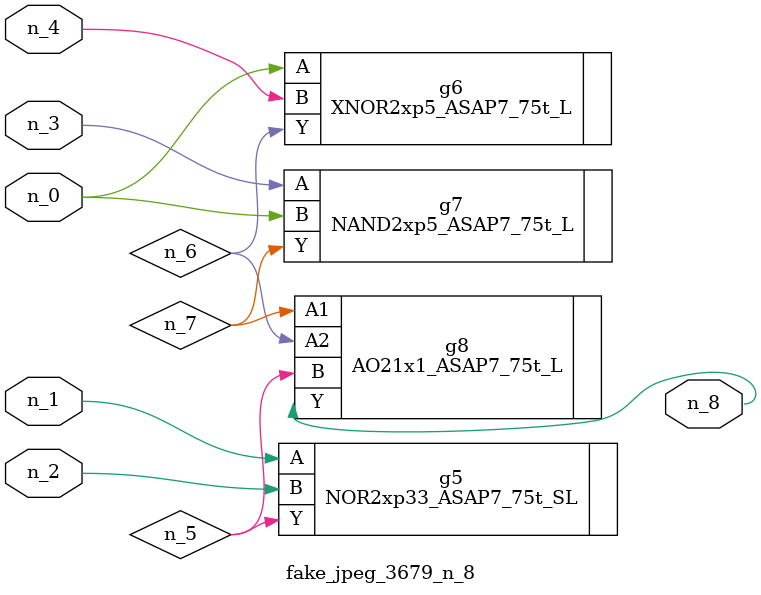
<source format=v>
module fake_jpeg_3679_n_8 (n_3, n_2, n_1, n_0, n_4, n_8);

input n_3;
input n_2;
input n_1;
input n_0;
input n_4;

output n_8;

wire n_6;
wire n_5;
wire n_7;

NOR2xp33_ASAP7_75t_SL g5 ( 
.A(n_1),
.B(n_2),
.Y(n_5)
);

XNOR2xp5_ASAP7_75t_L g6 ( 
.A(n_0),
.B(n_4),
.Y(n_6)
);

NAND2xp5_ASAP7_75t_L g7 ( 
.A(n_3),
.B(n_0),
.Y(n_7)
);

AO21x1_ASAP7_75t_L g8 ( 
.A1(n_7),
.A2(n_6),
.B(n_5),
.Y(n_8)
);


endmodule
</source>
